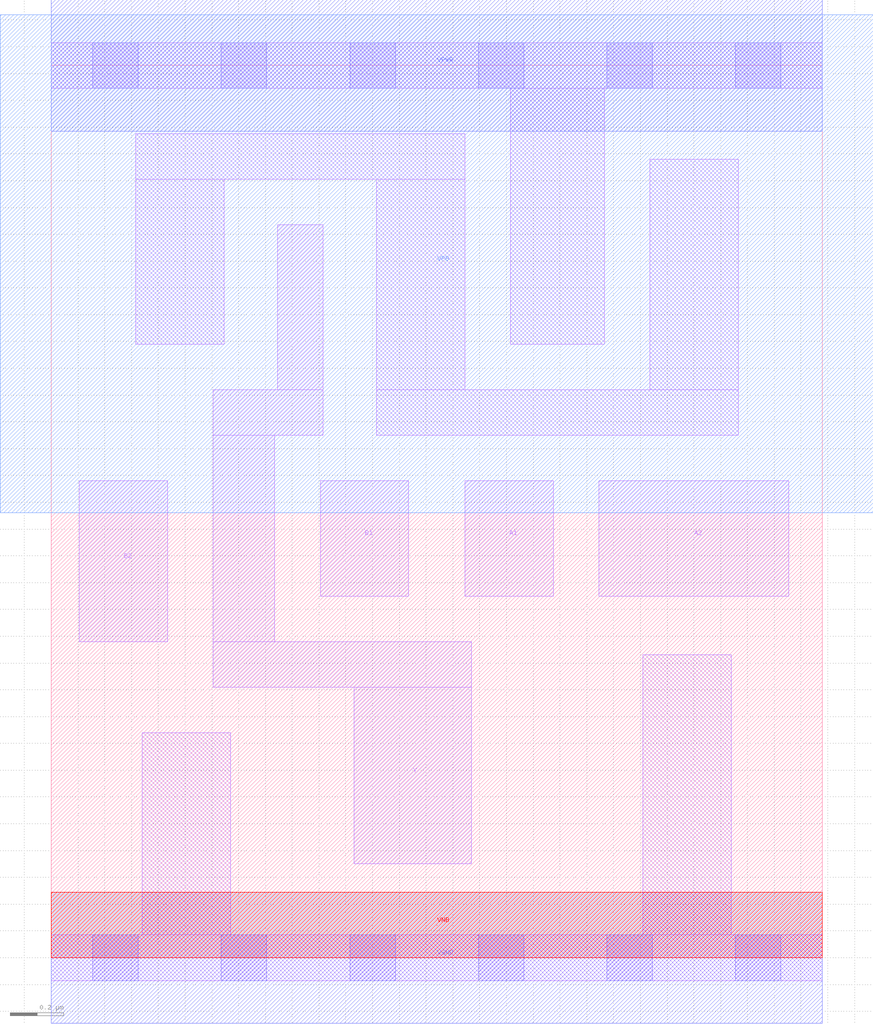
<source format=lef>
# Copyright 2020 The SkyWater PDK Authors
#
# Licensed under the Apache License, Version 2.0 (the "License");
# you may not use this file except in compliance with the License.
# You may obtain a copy of the License at
#
#     https://www.apache.org/licenses/LICENSE-2.0
#
# Unless required by applicable law or agreed to in writing, software
# distributed under the License is distributed on an "AS IS" BASIS,
# WITHOUT WARRANTIES OR CONDITIONS OF ANY KIND, either express or implied.
# See the License for the specific language governing permissions and
# limitations under the License.
#
# SPDX-License-Identifier: Apache-2.0

VERSION 5.7 ;
  NOWIREEXTENSIONATPIN ON ;
  DIVIDERCHAR "/" ;
  BUSBITCHARS "[]" ;
MACRO sky130_fd_sc_ls__a22oi_1
  CLASS CORE ;
  FOREIGN sky130_fd_sc_ls__a22oi_1 ;
  ORIGIN  0.000000  0.000000 ;
  SIZE  2.880000 BY  3.330000 ;
  SYMMETRY X Y ;
  SITE unit ;
  PIN A1
    ANTENNAGATEAREA  0.279000 ;
    DIRECTION INPUT ;
    USE SIGNAL ;
    PORT
      LAYER li1 ;
        RECT 1.545000 1.350000 1.875000 1.780000 ;
    END
  END A1
  PIN A2
    ANTENNAGATEAREA  0.279000 ;
    DIRECTION INPUT ;
    USE SIGNAL ;
    PORT
      LAYER li1 ;
        RECT 2.045000 1.350000 2.755000 1.780000 ;
    END
  END A2
  PIN B1
    ANTENNAGATEAREA  0.279000 ;
    DIRECTION INPUT ;
    USE SIGNAL ;
    PORT
      LAYER li1 ;
        RECT 1.005000 1.350000 1.335000 1.780000 ;
    END
  END B1
  PIN B2
    ANTENNAGATEAREA  0.279000 ;
    DIRECTION INPUT ;
    USE SIGNAL ;
    PORT
      LAYER li1 ;
        RECT 0.105000 1.180000 0.435000 1.780000 ;
    END
  END B2
  PIN Y
    ANTENNADIFFAREA  0.624600 ;
    DIRECTION OUTPUT ;
    USE SIGNAL ;
    PORT
      LAYER li1 ;
        RECT 0.605000 1.010000 1.570000 1.180000 ;
        RECT 0.605000 1.180000 0.835000 1.950000 ;
        RECT 0.605000 1.950000 1.015000 2.120000 ;
        RECT 0.845000 2.120000 1.015000 2.735000 ;
        RECT 1.130000 0.350000 1.570000 1.010000 ;
    END
  END Y
  PIN VGND
    DIRECTION INOUT ;
    SHAPE ABUTMENT ;
    USE GROUND ;
    PORT
      LAYER met1 ;
        RECT 0.000000 -0.245000 2.880000 0.245000 ;
    END
  END VGND
  PIN VNB
    DIRECTION INOUT ;
    USE GROUND ;
    PORT
      LAYER pwell ;
        RECT 0.000000 0.000000 2.880000 0.245000 ;
    END
  END VNB
  PIN VPB
    DIRECTION INOUT ;
    USE POWER ;
    PORT
      LAYER nwell ;
        RECT -0.190000 1.660000 3.070000 3.520000 ;
    END
  END VPB
  PIN VPWR
    DIRECTION INOUT ;
    SHAPE ABUTMENT ;
    USE POWER ;
    PORT
      LAYER met1 ;
        RECT 0.000000 3.085000 2.880000 3.575000 ;
    END
  END VPWR
  OBS
    LAYER li1 ;
      RECT 0.000000 -0.085000 2.880000 0.085000 ;
      RECT 0.000000  3.245000 2.880000 3.415000 ;
      RECT 0.315000  2.290000 0.645000 2.905000 ;
      RECT 0.315000  2.905000 1.545000 3.075000 ;
      RECT 0.340000  0.085000 0.670000 0.840000 ;
      RECT 1.215000  1.950000 2.565000 2.120000 ;
      RECT 1.215000  2.120000 1.545000 2.905000 ;
      RECT 1.715000  2.290000 2.065000 3.245000 ;
      RECT 2.210000  0.085000 2.540000 1.130000 ;
      RECT 2.235000  2.120000 2.565000 2.980000 ;
    LAYER mcon ;
      RECT 0.155000 -0.085000 0.325000 0.085000 ;
      RECT 0.155000  3.245000 0.325000 3.415000 ;
      RECT 0.635000 -0.085000 0.805000 0.085000 ;
      RECT 0.635000  3.245000 0.805000 3.415000 ;
      RECT 1.115000 -0.085000 1.285000 0.085000 ;
      RECT 1.115000  3.245000 1.285000 3.415000 ;
      RECT 1.595000 -0.085000 1.765000 0.085000 ;
      RECT 1.595000  3.245000 1.765000 3.415000 ;
      RECT 2.075000 -0.085000 2.245000 0.085000 ;
      RECT 2.075000  3.245000 2.245000 3.415000 ;
      RECT 2.555000 -0.085000 2.725000 0.085000 ;
      RECT 2.555000  3.245000 2.725000 3.415000 ;
  END
END sky130_fd_sc_ls__a22oi_1
END LIBRARY

</source>
